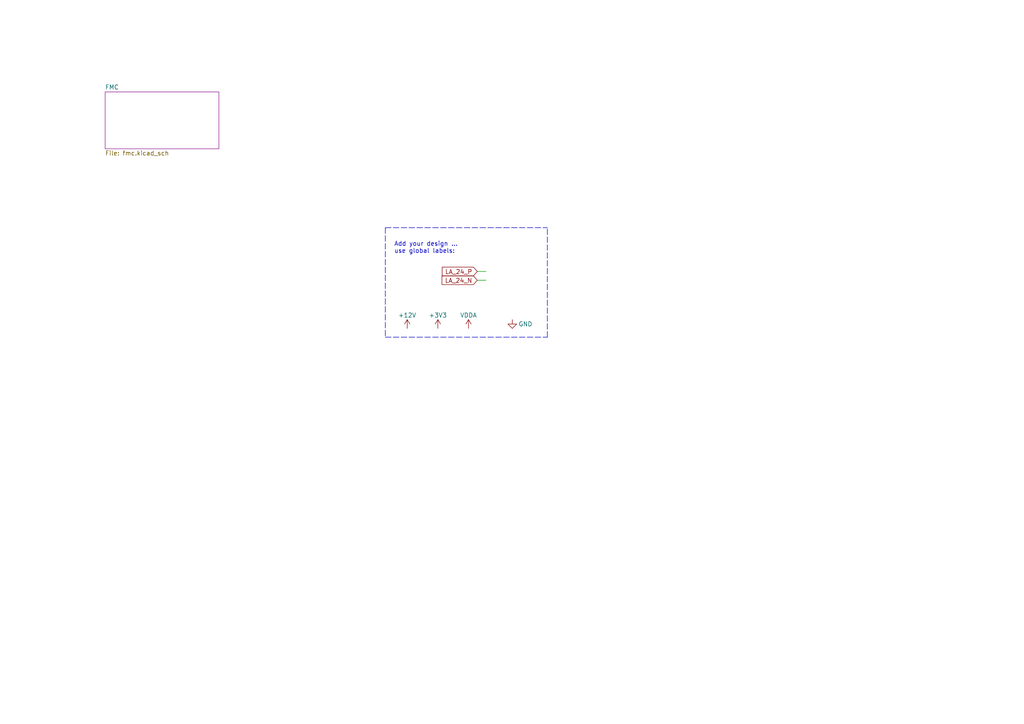
<source format=kicad_sch>
(kicad_sch (version 20210621) (generator eeschema)
  (paper "A4")
  (title_block (title "FMC LPC template") (date "2021-08-28") (rev "-"))
  (lib_symbols
    (symbol "power:+12V" (power) (pin_names (offset 0))
      (property "Value" "+12V" (at 0 3.556 0))
      (symbol "+12V_0_1"
        (polyline (pts (xy -0.762 1.27) (xy 0 2.54)))
        (polyline (pts (xy 0 0) (xy 0 2.54)))
        (polyline (pts (xy 0 2.54) (xy 0.762 1.27)))
      )
      (symbol "+12V_1_1"
        (pin power_in line (at 0 0 90) (length 0) hide (name "+12V") (number "1"))
      )
    )
    (symbol "power:+3V3" (power) (pin_names (offset 0))
      (property "Value" "+3V3" (at 0 3.556 0))
      (symbol "+3V3_0_1"
        (polyline (pts (xy -0.762 1.27) (xy 0 2.54)))
        (polyline (pts (xy 0 0) (xy 0 2.54)))
        (polyline (pts (xy 0 2.54) (xy 0.762 1.27)))
      )
      (symbol "+3V3_1_1"
        (pin power_in line (at 0 0 90) (length 0) hide (name "+3V3") (number "1"))
      )
    )
    (symbol "power:GND" (power) (pin_names (offset 0))
      (property "Value" "GND" (at 0 -3.81 0))
      (symbol "GND_0_1"
        (polyline (pts (xy 0 0) (xy 0 -1.27) (xy 1.27 -1.27) (xy 0 -2.54) (xy -1.27 -1.27) (xy 0 -1.27)))
      )
      (symbol "GND_1_1"
        (pin power_in line (at 0 0 270) (length 0) hide (name "GND") (number "1"))
      )
    )
    (symbol "power:VDDA" (power) (pin_names (offset 0))
      (property "Value" "VDDA" (at 0 3.81 0))
      (symbol "VDDA_0_1"
        (polyline (pts (xy -0.762 1.27) (xy 0 2.54)))
        (polyline (pts (xy 0 0) (xy 0 2.54)))
        (polyline (pts (xy 0 2.54) (xy 0.762 1.27)))
      )
      (symbol "VDDA_1_1"
        (pin power_in line (at 0 0 90) (length 0) hide (name "VDDA") (number "1"))
      )
    )
  )
  (wire (pts (xy 138.43 78.74) (xy 140.97 78.74)))
  (wire (pts (xy 138.43 81.28) (xy 140.97 81.28)))
  (polyline (pts (xy 111.76 66.04) (xy 111.76 97.79)) (stroke (width 0) (type dash)))
  (polyline (pts (xy 111.76 66.04) (xy 158.75 66.04)) (stroke (width 0) (type dash)))
  (polyline (pts (xy 111.76 97.79) (xy 158.75 97.79)) (stroke (width 0) (type dash)))
  (polyline (pts (xy 158.75 97.79) (xy 158.75 66.04)) (stroke (width 0) (type dash)))
  (text "Add your design ...\nuse global labels:" (at 114.3 73.66 0) (effects (font (size 1.27 1.27)) (justify left bottom)))
  (global_label "LA_24_P" (shape input) (at 138.43 78.74 180) (property "Intersheet References" "${INTERSHEET_REFS}" (effects hide)))
  (global_label "LA_24_N" (shape input) (at 138.43 81.28 180) (property "Intersheet References" "${INTERSHEET_REFS}" (effects hide)))
  (symbol (lib_id "power:+12V") (at 118.11 95.25 0) (unit 1)
    (property "Reference" "#PWR0109" (effects hide))
    (property "Value" "+12V" (at 118.11 91.44 0))
  )
  (symbol (lib_id "power:+3V3") (at 127 95.25 0) (unit 1)
    (property "Reference" "#PWR0108" (effects hide))
    (property "Value" "+3V3" (at 127 91.44 0))
  )
  (symbol (lib_id "power:VDDA") (at 135.89 95.25 0) (unit 1)
    (property "Reference" "#PWR0102" (effects hide))
    (property "Value" "VDDA" (at 135.89 91.44 0))
  )
  (symbol (lib_id "power:GND") (at 148.59 92.71 0) (unit 1)
    (property "Reference" "#PWR0101" (effects hide))
    (property "Value" "GND" (at 152.4 93.98 0))
  )
  (sheet (at 30.48 26.67) (size 33.02 16.51) (stroke (width 0.0006) (color 132 0 132 1)) (fill (color 255 255 255 0.0000))
    (property "Sheet name" "FMC" (at 30.48 26.0343 0) (effects (justify left bottom)))
    (property "Sheet file" "fmc.kicad_sch" (at 30.48 43.6887 0) (effects (justify left top)))
  )
)
</source>
